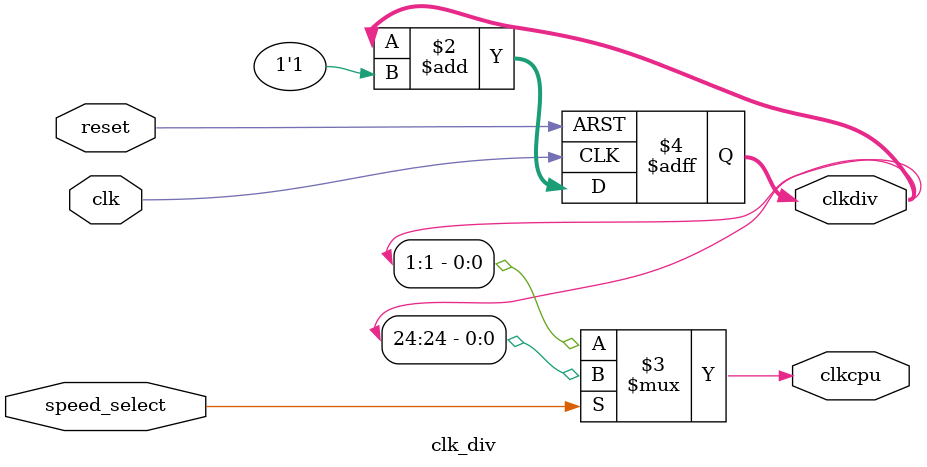
<source format=v>
`timescale 1ns / 1ps
module clk_div(clk, reset, speed_select, clkdiv, clkcpu);
input					clk, reset, speed_select;
output	[31:0]	clkdiv;
output				clkcpu;

reg	[31:0]	clkdiv;

always @(posedge clk or posedge reset) begin
	if (reset) begin
		clkdiv <= 0;
	end else begin
		clkdiv <= clkdiv + 1'b1;
	end
end
assign clkcpu = speed_select ? clkdiv[24] : clkdiv[1];

endmodule

</source>
